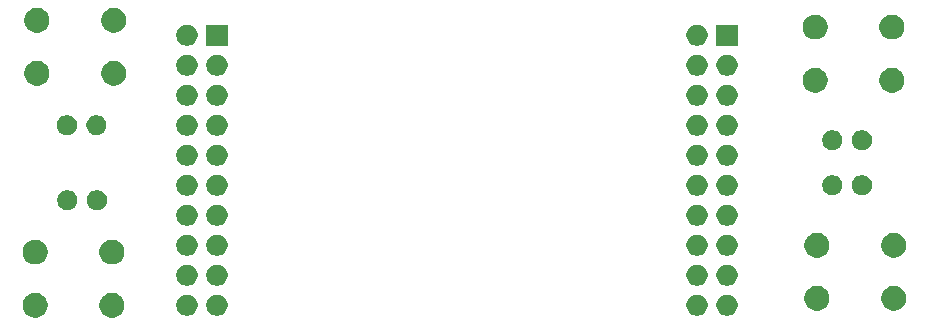
<source format=gbr>
G04 #@! TF.GenerationSoftware,KiCad,Pcbnew,5.1.5+dfsg1-2build2*
G04 #@! TF.CreationDate,2021-05-01T11:51:09-03:00*
G04 #@! TF.ProjectId,prototyping_buttons_daughterboard,70726f74-6f74-4797-9069-6e675f627574,rev?*
G04 #@! TF.SameCoordinates,Original*
G04 #@! TF.FileFunction,Soldermask,Bot*
G04 #@! TF.FilePolarity,Negative*
%FSLAX46Y46*%
G04 Gerber Fmt 4.6, Leading zero omitted, Abs format (unit mm)*
G04 Created by KiCad (PCBNEW 5.1.5+dfsg1-2build2) date 2021-05-01 11:51:09*
%MOMM*%
%LPD*%
G04 APERTURE LIST*
%ADD10C,0.100000*%
G04 APERTURE END LIST*
D10*
G36*
X77776564Y-75189389D02*
G01*
X77967833Y-75268615D01*
X77967835Y-75268616D01*
X78139973Y-75383635D01*
X78286365Y-75530027D01*
X78350256Y-75625646D01*
X78401385Y-75702167D01*
X78480611Y-75893436D01*
X78521000Y-76096484D01*
X78521000Y-76303516D01*
X78480611Y-76506564D01*
X78401385Y-76697833D01*
X78401384Y-76697835D01*
X78286365Y-76869973D01*
X78139973Y-77016365D01*
X77967835Y-77131384D01*
X77967834Y-77131385D01*
X77967833Y-77131385D01*
X77776564Y-77210611D01*
X77573516Y-77251000D01*
X77366484Y-77251000D01*
X77163436Y-77210611D01*
X76972167Y-77131385D01*
X76972166Y-77131385D01*
X76972165Y-77131384D01*
X76800027Y-77016365D01*
X76653635Y-76869973D01*
X76538616Y-76697835D01*
X76538615Y-76697833D01*
X76459389Y-76506564D01*
X76419000Y-76303516D01*
X76419000Y-76096484D01*
X76459389Y-75893436D01*
X76538615Y-75702167D01*
X76589745Y-75625646D01*
X76653635Y-75530027D01*
X76800027Y-75383635D01*
X76972165Y-75268616D01*
X76972167Y-75268615D01*
X77163436Y-75189389D01*
X77366484Y-75149000D01*
X77573516Y-75149000D01*
X77776564Y-75189389D01*
G37*
G36*
X71276564Y-75189389D02*
G01*
X71467833Y-75268615D01*
X71467835Y-75268616D01*
X71639973Y-75383635D01*
X71786365Y-75530027D01*
X71850256Y-75625646D01*
X71901385Y-75702167D01*
X71980611Y-75893436D01*
X72021000Y-76096484D01*
X72021000Y-76303516D01*
X71980611Y-76506564D01*
X71901385Y-76697833D01*
X71901384Y-76697835D01*
X71786365Y-76869973D01*
X71639973Y-77016365D01*
X71467835Y-77131384D01*
X71467834Y-77131385D01*
X71467833Y-77131385D01*
X71276564Y-77210611D01*
X71073516Y-77251000D01*
X70866484Y-77251000D01*
X70663436Y-77210611D01*
X70472167Y-77131385D01*
X70472166Y-77131385D01*
X70472165Y-77131384D01*
X70300027Y-77016365D01*
X70153635Y-76869973D01*
X70038616Y-76697835D01*
X70038615Y-76697833D01*
X69959389Y-76506564D01*
X69919000Y-76303516D01*
X69919000Y-76096484D01*
X69959389Y-75893436D01*
X70038615Y-75702167D01*
X70089745Y-75625646D01*
X70153635Y-75530027D01*
X70300027Y-75383635D01*
X70472165Y-75268616D01*
X70472167Y-75268615D01*
X70663436Y-75189389D01*
X70866484Y-75149000D01*
X71073516Y-75149000D01*
X71276564Y-75189389D01*
G37*
G36*
X127120712Y-75303927D02*
G01*
X127270012Y-75333624D01*
X127433984Y-75401544D01*
X127581554Y-75500147D01*
X127707053Y-75625646D01*
X127805656Y-75773216D01*
X127873576Y-75937188D01*
X127908200Y-76111259D01*
X127908200Y-76288741D01*
X127873576Y-76462812D01*
X127805656Y-76626784D01*
X127707053Y-76774354D01*
X127581554Y-76899853D01*
X127433984Y-76998456D01*
X127270012Y-77066376D01*
X127120712Y-77096073D01*
X127095942Y-77101000D01*
X126918458Y-77101000D01*
X126893688Y-77096073D01*
X126744388Y-77066376D01*
X126580416Y-76998456D01*
X126432846Y-76899853D01*
X126307347Y-76774354D01*
X126208744Y-76626784D01*
X126140824Y-76462812D01*
X126106200Y-76288741D01*
X126106200Y-76111259D01*
X126140824Y-75937188D01*
X126208744Y-75773216D01*
X126307347Y-75625646D01*
X126432846Y-75500147D01*
X126580416Y-75401544D01*
X126744388Y-75333624D01*
X126893688Y-75303927D01*
X126918458Y-75299000D01*
X127095942Y-75299000D01*
X127120712Y-75303927D01*
G37*
G36*
X86473512Y-75303927D02*
G01*
X86622812Y-75333624D01*
X86786784Y-75401544D01*
X86934354Y-75500147D01*
X87059853Y-75625646D01*
X87158456Y-75773216D01*
X87226376Y-75937188D01*
X87261000Y-76111259D01*
X87261000Y-76288741D01*
X87226376Y-76462812D01*
X87158456Y-76626784D01*
X87059853Y-76774354D01*
X86934354Y-76899853D01*
X86786784Y-76998456D01*
X86622812Y-77066376D01*
X86473512Y-77096073D01*
X86448742Y-77101000D01*
X86271258Y-77101000D01*
X86246488Y-77096073D01*
X86097188Y-77066376D01*
X85933216Y-76998456D01*
X85785646Y-76899853D01*
X85660147Y-76774354D01*
X85561544Y-76626784D01*
X85493624Y-76462812D01*
X85459000Y-76288741D01*
X85459000Y-76111259D01*
X85493624Y-75937188D01*
X85561544Y-75773216D01*
X85660147Y-75625646D01*
X85785646Y-75500147D01*
X85933216Y-75401544D01*
X86097188Y-75333624D01*
X86246488Y-75303927D01*
X86271258Y-75299000D01*
X86448742Y-75299000D01*
X86473512Y-75303927D01*
G37*
G36*
X83933512Y-75303927D02*
G01*
X84082812Y-75333624D01*
X84246784Y-75401544D01*
X84394354Y-75500147D01*
X84519853Y-75625646D01*
X84618456Y-75773216D01*
X84686376Y-75937188D01*
X84721000Y-76111259D01*
X84721000Y-76288741D01*
X84686376Y-76462812D01*
X84618456Y-76626784D01*
X84519853Y-76774354D01*
X84394354Y-76899853D01*
X84246784Y-76998456D01*
X84082812Y-77066376D01*
X83933512Y-77096073D01*
X83908742Y-77101000D01*
X83731258Y-77101000D01*
X83706488Y-77096073D01*
X83557188Y-77066376D01*
X83393216Y-76998456D01*
X83245646Y-76899853D01*
X83120147Y-76774354D01*
X83021544Y-76626784D01*
X82953624Y-76462812D01*
X82919000Y-76288741D01*
X82919000Y-76111259D01*
X82953624Y-75937188D01*
X83021544Y-75773216D01*
X83120147Y-75625646D01*
X83245646Y-75500147D01*
X83393216Y-75401544D01*
X83557188Y-75333624D01*
X83706488Y-75303927D01*
X83731258Y-75299000D01*
X83908742Y-75299000D01*
X83933512Y-75303927D01*
G37*
G36*
X129660712Y-75303927D02*
G01*
X129810012Y-75333624D01*
X129973984Y-75401544D01*
X130121554Y-75500147D01*
X130247053Y-75625646D01*
X130345656Y-75773216D01*
X130413576Y-75937188D01*
X130448200Y-76111259D01*
X130448200Y-76288741D01*
X130413576Y-76462812D01*
X130345656Y-76626784D01*
X130247053Y-76774354D01*
X130121554Y-76899853D01*
X129973984Y-76998456D01*
X129810012Y-77066376D01*
X129660712Y-77096073D01*
X129635942Y-77101000D01*
X129458458Y-77101000D01*
X129433688Y-77096073D01*
X129284388Y-77066376D01*
X129120416Y-76998456D01*
X128972846Y-76899853D01*
X128847347Y-76774354D01*
X128748744Y-76626784D01*
X128680824Y-76462812D01*
X128646200Y-76288741D01*
X128646200Y-76111259D01*
X128680824Y-75937188D01*
X128748744Y-75773216D01*
X128847347Y-75625646D01*
X128972846Y-75500147D01*
X129120416Y-75401544D01*
X129284388Y-75333624D01*
X129433688Y-75303927D01*
X129458458Y-75299000D01*
X129635942Y-75299000D01*
X129660712Y-75303927D01*
G37*
G36*
X143966564Y-74609389D02*
G01*
X144157833Y-74688615D01*
X144157835Y-74688616D01*
X144329973Y-74803635D01*
X144476365Y-74950027D01*
X144591385Y-75122167D01*
X144670611Y-75313436D01*
X144711000Y-75516484D01*
X144711000Y-75723516D01*
X144670611Y-75926564D01*
X144600228Y-76096484D01*
X144591384Y-76117835D01*
X144476365Y-76289973D01*
X144329973Y-76436365D01*
X144157835Y-76551384D01*
X144157834Y-76551385D01*
X144157833Y-76551385D01*
X143966564Y-76630611D01*
X143763516Y-76671000D01*
X143556484Y-76671000D01*
X143353436Y-76630611D01*
X143162167Y-76551385D01*
X143162166Y-76551385D01*
X143162165Y-76551384D01*
X142990027Y-76436365D01*
X142843635Y-76289973D01*
X142728616Y-76117835D01*
X142719772Y-76096484D01*
X142649389Y-75926564D01*
X142609000Y-75723516D01*
X142609000Y-75516484D01*
X142649389Y-75313436D01*
X142728615Y-75122167D01*
X142843635Y-74950027D01*
X142990027Y-74803635D01*
X143162165Y-74688616D01*
X143162167Y-74688615D01*
X143353436Y-74609389D01*
X143556484Y-74569000D01*
X143763516Y-74569000D01*
X143966564Y-74609389D01*
G37*
G36*
X137466564Y-74609389D02*
G01*
X137657833Y-74688615D01*
X137657835Y-74688616D01*
X137829973Y-74803635D01*
X137976365Y-74950027D01*
X138091385Y-75122167D01*
X138170611Y-75313436D01*
X138211000Y-75516484D01*
X138211000Y-75723516D01*
X138170611Y-75926564D01*
X138100228Y-76096484D01*
X138091384Y-76117835D01*
X137976365Y-76289973D01*
X137829973Y-76436365D01*
X137657835Y-76551384D01*
X137657834Y-76551385D01*
X137657833Y-76551385D01*
X137466564Y-76630611D01*
X137263516Y-76671000D01*
X137056484Y-76671000D01*
X136853436Y-76630611D01*
X136662167Y-76551385D01*
X136662166Y-76551385D01*
X136662165Y-76551384D01*
X136490027Y-76436365D01*
X136343635Y-76289973D01*
X136228616Y-76117835D01*
X136219772Y-76096484D01*
X136149389Y-75926564D01*
X136109000Y-75723516D01*
X136109000Y-75516484D01*
X136149389Y-75313436D01*
X136228615Y-75122167D01*
X136343635Y-74950027D01*
X136490027Y-74803635D01*
X136662165Y-74688616D01*
X136662167Y-74688615D01*
X136853436Y-74609389D01*
X137056484Y-74569000D01*
X137263516Y-74569000D01*
X137466564Y-74609389D01*
G37*
G36*
X127120712Y-72763927D02*
G01*
X127270012Y-72793624D01*
X127433984Y-72861544D01*
X127581554Y-72960147D01*
X127707053Y-73085646D01*
X127805656Y-73233216D01*
X127873576Y-73397188D01*
X127908200Y-73571259D01*
X127908200Y-73748741D01*
X127873576Y-73922812D01*
X127805656Y-74086784D01*
X127707053Y-74234354D01*
X127581554Y-74359853D01*
X127433984Y-74458456D01*
X127270012Y-74526376D01*
X127120712Y-74556073D01*
X127095942Y-74561000D01*
X126918458Y-74561000D01*
X126893688Y-74556073D01*
X126744388Y-74526376D01*
X126580416Y-74458456D01*
X126432846Y-74359853D01*
X126307347Y-74234354D01*
X126208744Y-74086784D01*
X126140824Y-73922812D01*
X126106200Y-73748741D01*
X126106200Y-73571259D01*
X126140824Y-73397188D01*
X126208744Y-73233216D01*
X126307347Y-73085646D01*
X126432846Y-72960147D01*
X126580416Y-72861544D01*
X126744388Y-72793624D01*
X126893688Y-72763927D01*
X126918458Y-72759000D01*
X127095942Y-72759000D01*
X127120712Y-72763927D01*
G37*
G36*
X83933512Y-72763927D02*
G01*
X84082812Y-72793624D01*
X84246784Y-72861544D01*
X84394354Y-72960147D01*
X84519853Y-73085646D01*
X84618456Y-73233216D01*
X84686376Y-73397188D01*
X84721000Y-73571259D01*
X84721000Y-73748741D01*
X84686376Y-73922812D01*
X84618456Y-74086784D01*
X84519853Y-74234354D01*
X84394354Y-74359853D01*
X84246784Y-74458456D01*
X84082812Y-74526376D01*
X83933512Y-74556073D01*
X83908742Y-74561000D01*
X83731258Y-74561000D01*
X83706488Y-74556073D01*
X83557188Y-74526376D01*
X83393216Y-74458456D01*
X83245646Y-74359853D01*
X83120147Y-74234354D01*
X83021544Y-74086784D01*
X82953624Y-73922812D01*
X82919000Y-73748741D01*
X82919000Y-73571259D01*
X82953624Y-73397188D01*
X83021544Y-73233216D01*
X83120147Y-73085646D01*
X83245646Y-72960147D01*
X83393216Y-72861544D01*
X83557188Y-72793624D01*
X83706488Y-72763927D01*
X83731258Y-72759000D01*
X83908742Y-72759000D01*
X83933512Y-72763927D01*
G37*
G36*
X129660712Y-72763927D02*
G01*
X129810012Y-72793624D01*
X129973984Y-72861544D01*
X130121554Y-72960147D01*
X130247053Y-73085646D01*
X130345656Y-73233216D01*
X130413576Y-73397188D01*
X130448200Y-73571259D01*
X130448200Y-73748741D01*
X130413576Y-73922812D01*
X130345656Y-74086784D01*
X130247053Y-74234354D01*
X130121554Y-74359853D01*
X129973984Y-74458456D01*
X129810012Y-74526376D01*
X129660712Y-74556073D01*
X129635942Y-74561000D01*
X129458458Y-74561000D01*
X129433688Y-74556073D01*
X129284388Y-74526376D01*
X129120416Y-74458456D01*
X128972846Y-74359853D01*
X128847347Y-74234354D01*
X128748744Y-74086784D01*
X128680824Y-73922812D01*
X128646200Y-73748741D01*
X128646200Y-73571259D01*
X128680824Y-73397188D01*
X128748744Y-73233216D01*
X128847347Y-73085646D01*
X128972846Y-72960147D01*
X129120416Y-72861544D01*
X129284388Y-72793624D01*
X129433688Y-72763927D01*
X129458458Y-72759000D01*
X129635942Y-72759000D01*
X129660712Y-72763927D01*
G37*
G36*
X86473512Y-72763927D02*
G01*
X86622812Y-72793624D01*
X86786784Y-72861544D01*
X86934354Y-72960147D01*
X87059853Y-73085646D01*
X87158456Y-73233216D01*
X87226376Y-73397188D01*
X87261000Y-73571259D01*
X87261000Y-73748741D01*
X87226376Y-73922812D01*
X87158456Y-74086784D01*
X87059853Y-74234354D01*
X86934354Y-74359853D01*
X86786784Y-74458456D01*
X86622812Y-74526376D01*
X86473512Y-74556073D01*
X86448742Y-74561000D01*
X86271258Y-74561000D01*
X86246488Y-74556073D01*
X86097188Y-74526376D01*
X85933216Y-74458456D01*
X85785646Y-74359853D01*
X85660147Y-74234354D01*
X85561544Y-74086784D01*
X85493624Y-73922812D01*
X85459000Y-73748741D01*
X85459000Y-73571259D01*
X85493624Y-73397188D01*
X85561544Y-73233216D01*
X85660147Y-73085646D01*
X85785646Y-72960147D01*
X85933216Y-72861544D01*
X86097188Y-72793624D01*
X86246488Y-72763927D01*
X86271258Y-72759000D01*
X86448742Y-72759000D01*
X86473512Y-72763927D01*
G37*
G36*
X77776564Y-70689389D02*
G01*
X77967833Y-70768615D01*
X77967835Y-70768616D01*
X78034911Y-70813435D01*
X78139973Y-70883635D01*
X78286365Y-71030027D01*
X78401385Y-71202167D01*
X78480611Y-71393436D01*
X78521000Y-71596484D01*
X78521000Y-71803516D01*
X78480611Y-72006564D01*
X78401385Y-72197833D01*
X78401384Y-72197835D01*
X78286365Y-72369973D01*
X78139973Y-72516365D01*
X77967835Y-72631384D01*
X77967834Y-72631385D01*
X77967833Y-72631385D01*
X77776564Y-72710611D01*
X77573516Y-72751000D01*
X77366484Y-72751000D01*
X77163436Y-72710611D01*
X76972167Y-72631385D01*
X76972166Y-72631385D01*
X76972165Y-72631384D01*
X76800027Y-72516365D01*
X76653635Y-72369973D01*
X76538616Y-72197835D01*
X76538615Y-72197833D01*
X76459389Y-72006564D01*
X76419000Y-71803516D01*
X76419000Y-71596484D01*
X76459389Y-71393436D01*
X76538615Y-71202167D01*
X76653635Y-71030027D01*
X76800027Y-70883635D01*
X76905089Y-70813435D01*
X76972165Y-70768616D01*
X76972167Y-70768615D01*
X77163436Y-70689389D01*
X77366484Y-70649000D01*
X77573516Y-70649000D01*
X77776564Y-70689389D01*
G37*
G36*
X71276564Y-70689389D02*
G01*
X71467833Y-70768615D01*
X71467835Y-70768616D01*
X71534911Y-70813435D01*
X71639973Y-70883635D01*
X71786365Y-71030027D01*
X71901385Y-71202167D01*
X71980611Y-71393436D01*
X72021000Y-71596484D01*
X72021000Y-71803516D01*
X71980611Y-72006564D01*
X71901385Y-72197833D01*
X71901384Y-72197835D01*
X71786365Y-72369973D01*
X71639973Y-72516365D01*
X71467835Y-72631384D01*
X71467834Y-72631385D01*
X71467833Y-72631385D01*
X71276564Y-72710611D01*
X71073516Y-72751000D01*
X70866484Y-72751000D01*
X70663436Y-72710611D01*
X70472167Y-72631385D01*
X70472166Y-72631385D01*
X70472165Y-72631384D01*
X70300027Y-72516365D01*
X70153635Y-72369973D01*
X70038616Y-72197835D01*
X70038615Y-72197833D01*
X69959389Y-72006564D01*
X69919000Y-71803516D01*
X69919000Y-71596484D01*
X69959389Y-71393436D01*
X70038615Y-71202167D01*
X70153635Y-71030027D01*
X70300027Y-70883635D01*
X70405089Y-70813435D01*
X70472165Y-70768616D01*
X70472167Y-70768615D01*
X70663436Y-70689389D01*
X70866484Y-70649000D01*
X71073516Y-70649000D01*
X71276564Y-70689389D01*
G37*
G36*
X143966564Y-70109389D02*
G01*
X144157833Y-70188615D01*
X144157835Y-70188616D01*
X144329973Y-70303635D01*
X144476365Y-70450027D01*
X144540256Y-70545646D01*
X144591385Y-70622167D01*
X144670611Y-70813436D01*
X144711000Y-71016484D01*
X144711000Y-71223516D01*
X144670611Y-71426564D01*
X144620815Y-71546782D01*
X144591384Y-71617835D01*
X144476365Y-71789973D01*
X144329973Y-71936365D01*
X144157835Y-72051384D01*
X144157834Y-72051385D01*
X144157833Y-72051385D01*
X143966564Y-72130611D01*
X143763516Y-72171000D01*
X143556484Y-72171000D01*
X143353436Y-72130611D01*
X143162167Y-72051385D01*
X143162166Y-72051385D01*
X143162165Y-72051384D01*
X142990027Y-71936365D01*
X142843635Y-71789973D01*
X142728616Y-71617835D01*
X142699185Y-71546782D01*
X142649389Y-71426564D01*
X142609000Y-71223516D01*
X142609000Y-71016484D01*
X142649389Y-70813436D01*
X142728615Y-70622167D01*
X142779745Y-70545646D01*
X142843635Y-70450027D01*
X142990027Y-70303635D01*
X143162165Y-70188616D01*
X143162167Y-70188615D01*
X143353436Y-70109389D01*
X143556484Y-70069000D01*
X143763516Y-70069000D01*
X143966564Y-70109389D01*
G37*
G36*
X137466564Y-70109389D02*
G01*
X137657833Y-70188615D01*
X137657835Y-70188616D01*
X137829973Y-70303635D01*
X137976365Y-70450027D01*
X138040256Y-70545646D01*
X138091385Y-70622167D01*
X138170611Y-70813436D01*
X138211000Y-71016484D01*
X138211000Y-71223516D01*
X138170611Y-71426564D01*
X138120815Y-71546782D01*
X138091384Y-71617835D01*
X137976365Y-71789973D01*
X137829973Y-71936365D01*
X137657835Y-72051384D01*
X137657834Y-72051385D01*
X137657833Y-72051385D01*
X137466564Y-72130611D01*
X137263516Y-72171000D01*
X137056484Y-72171000D01*
X136853436Y-72130611D01*
X136662167Y-72051385D01*
X136662166Y-72051385D01*
X136662165Y-72051384D01*
X136490027Y-71936365D01*
X136343635Y-71789973D01*
X136228616Y-71617835D01*
X136199185Y-71546782D01*
X136149389Y-71426564D01*
X136109000Y-71223516D01*
X136109000Y-71016484D01*
X136149389Y-70813436D01*
X136228615Y-70622167D01*
X136279745Y-70545646D01*
X136343635Y-70450027D01*
X136490027Y-70303635D01*
X136662165Y-70188616D01*
X136662167Y-70188615D01*
X136853436Y-70109389D01*
X137056484Y-70069000D01*
X137263516Y-70069000D01*
X137466564Y-70109389D01*
G37*
G36*
X83933512Y-70223927D02*
G01*
X84082812Y-70253624D01*
X84246784Y-70321544D01*
X84394354Y-70420147D01*
X84519853Y-70545646D01*
X84618456Y-70693216D01*
X84686376Y-70857188D01*
X84721000Y-71031259D01*
X84721000Y-71208741D01*
X84686376Y-71382812D01*
X84618456Y-71546784D01*
X84519853Y-71694354D01*
X84394354Y-71819853D01*
X84246784Y-71918456D01*
X84082812Y-71986376D01*
X83933512Y-72016073D01*
X83908742Y-72021000D01*
X83731258Y-72021000D01*
X83706488Y-72016073D01*
X83557188Y-71986376D01*
X83393216Y-71918456D01*
X83245646Y-71819853D01*
X83120147Y-71694354D01*
X83021544Y-71546784D01*
X82953624Y-71382812D01*
X82919000Y-71208741D01*
X82919000Y-71031259D01*
X82953624Y-70857188D01*
X83021544Y-70693216D01*
X83120147Y-70545646D01*
X83245646Y-70420147D01*
X83393216Y-70321544D01*
X83557188Y-70253624D01*
X83706488Y-70223927D01*
X83731258Y-70219000D01*
X83908742Y-70219000D01*
X83933512Y-70223927D01*
G37*
G36*
X129660712Y-70223927D02*
G01*
X129810012Y-70253624D01*
X129973984Y-70321544D01*
X130121554Y-70420147D01*
X130247053Y-70545646D01*
X130345656Y-70693216D01*
X130413576Y-70857188D01*
X130448200Y-71031259D01*
X130448200Y-71208741D01*
X130413576Y-71382812D01*
X130345656Y-71546784D01*
X130247053Y-71694354D01*
X130121554Y-71819853D01*
X129973984Y-71918456D01*
X129810012Y-71986376D01*
X129660712Y-72016073D01*
X129635942Y-72021000D01*
X129458458Y-72021000D01*
X129433688Y-72016073D01*
X129284388Y-71986376D01*
X129120416Y-71918456D01*
X128972846Y-71819853D01*
X128847347Y-71694354D01*
X128748744Y-71546784D01*
X128680824Y-71382812D01*
X128646200Y-71208741D01*
X128646200Y-71031259D01*
X128680824Y-70857188D01*
X128748744Y-70693216D01*
X128847347Y-70545646D01*
X128972846Y-70420147D01*
X129120416Y-70321544D01*
X129284388Y-70253624D01*
X129433688Y-70223927D01*
X129458458Y-70219000D01*
X129635942Y-70219000D01*
X129660712Y-70223927D01*
G37*
G36*
X127120712Y-70223927D02*
G01*
X127270012Y-70253624D01*
X127433984Y-70321544D01*
X127581554Y-70420147D01*
X127707053Y-70545646D01*
X127805656Y-70693216D01*
X127873576Y-70857188D01*
X127908200Y-71031259D01*
X127908200Y-71208741D01*
X127873576Y-71382812D01*
X127805656Y-71546784D01*
X127707053Y-71694354D01*
X127581554Y-71819853D01*
X127433984Y-71918456D01*
X127270012Y-71986376D01*
X127120712Y-72016073D01*
X127095942Y-72021000D01*
X126918458Y-72021000D01*
X126893688Y-72016073D01*
X126744388Y-71986376D01*
X126580416Y-71918456D01*
X126432846Y-71819853D01*
X126307347Y-71694354D01*
X126208744Y-71546784D01*
X126140824Y-71382812D01*
X126106200Y-71208741D01*
X126106200Y-71031259D01*
X126140824Y-70857188D01*
X126208744Y-70693216D01*
X126307347Y-70545646D01*
X126432846Y-70420147D01*
X126580416Y-70321544D01*
X126744388Y-70253624D01*
X126893688Y-70223927D01*
X126918458Y-70219000D01*
X127095942Y-70219000D01*
X127120712Y-70223927D01*
G37*
G36*
X86473512Y-70223927D02*
G01*
X86622812Y-70253624D01*
X86786784Y-70321544D01*
X86934354Y-70420147D01*
X87059853Y-70545646D01*
X87158456Y-70693216D01*
X87226376Y-70857188D01*
X87261000Y-71031259D01*
X87261000Y-71208741D01*
X87226376Y-71382812D01*
X87158456Y-71546784D01*
X87059853Y-71694354D01*
X86934354Y-71819853D01*
X86786784Y-71918456D01*
X86622812Y-71986376D01*
X86473512Y-72016073D01*
X86448742Y-72021000D01*
X86271258Y-72021000D01*
X86246488Y-72016073D01*
X86097188Y-71986376D01*
X85933216Y-71918456D01*
X85785646Y-71819853D01*
X85660147Y-71694354D01*
X85561544Y-71546784D01*
X85493624Y-71382812D01*
X85459000Y-71208741D01*
X85459000Y-71031259D01*
X85493624Y-70857188D01*
X85561544Y-70693216D01*
X85660147Y-70545646D01*
X85785646Y-70420147D01*
X85933216Y-70321544D01*
X86097188Y-70253624D01*
X86246488Y-70223927D01*
X86271258Y-70219000D01*
X86448742Y-70219000D01*
X86473512Y-70223927D01*
G37*
G36*
X86473512Y-67683927D02*
G01*
X86622812Y-67713624D01*
X86786784Y-67781544D01*
X86934354Y-67880147D01*
X87059853Y-68005646D01*
X87158456Y-68153216D01*
X87226376Y-68317188D01*
X87261000Y-68491259D01*
X87261000Y-68668741D01*
X87226376Y-68842812D01*
X87158456Y-69006784D01*
X87059853Y-69154354D01*
X86934354Y-69279853D01*
X86786784Y-69378456D01*
X86622812Y-69446376D01*
X86473512Y-69476073D01*
X86448742Y-69481000D01*
X86271258Y-69481000D01*
X86246488Y-69476073D01*
X86097188Y-69446376D01*
X85933216Y-69378456D01*
X85785646Y-69279853D01*
X85660147Y-69154354D01*
X85561544Y-69006784D01*
X85493624Y-68842812D01*
X85459000Y-68668741D01*
X85459000Y-68491259D01*
X85493624Y-68317188D01*
X85561544Y-68153216D01*
X85660147Y-68005646D01*
X85785646Y-67880147D01*
X85933216Y-67781544D01*
X86097188Y-67713624D01*
X86246488Y-67683927D01*
X86271258Y-67679000D01*
X86448742Y-67679000D01*
X86473512Y-67683927D01*
G37*
G36*
X127120712Y-67683927D02*
G01*
X127270012Y-67713624D01*
X127433984Y-67781544D01*
X127581554Y-67880147D01*
X127707053Y-68005646D01*
X127805656Y-68153216D01*
X127873576Y-68317188D01*
X127908200Y-68491259D01*
X127908200Y-68668741D01*
X127873576Y-68842812D01*
X127805656Y-69006784D01*
X127707053Y-69154354D01*
X127581554Y-69279853D01*
X127433984Y-69378456D01*
X127270012Y-69446376D01*
X127120712Y-69476073D01*
X127095942Y-69481000D01*
X126918458Y-69481000D01*
X126893688Y-69476073D01*
X126744388Y-69446376D01*
X126580416Y-69378456D01*
X126432846Y-69279853D01*
X126307347Y-69154354D01*
X126208744Y-69006784D01*
X126140824Y-68842812D01*
X126106200Y-68668741D01*
X126106200Y-68491259D01*
X126140824Y-68317188D01*
X126208744Y-68153216D01*
X126307347Y-68005646D01*
X126432846Y-67880147D01*
X126580416Y-67781544D01*
X126744388Y-67713624D01*
X126893688Y-67683927D01*
X126918458Y-67679000D01*
X127095942Y-67679000D01*
X127120712Y-67683927D01*
G37*
G36*
X129660712Y-67683927D02*
G01*
X129810012Y-67713624D01*
X129973984Y-67781544D01*
X130121554Y-67880147D01*
X130247053Y-68005646D01*
X130345656Y-68153216D01*
X130413576Y-68317188D01*
X130448200Y-68491259D01*
X130448200Y-68668741D01*
X130413576Y-68842812D01*
X130345656Y-69006784D01*
X130247053Y-69154354D01*
X130121554Y-69279853D01*
X129973984Y-69378456D01*
X129810012Y-69446376D01*
X129660712Y-69476073D01*
X129635942Y-69481000D01*
X129458458Y-69481000D01*
X129433688Y-69476073D01*
X129284388Y-69446376D01*
X129120416Y-69378456D01*
X128972846Y-69279853D01*
X128847347Y-69154354D01*
X128748744Y-69006784D01*
X128680824Y-68842812D01*
X128646200Y-68668741D01*
X128646200Y-68491259D01*
X128680824Y-68317188D01*
X128748744Y-68153216D01*
X128847347Y-68005646D01*
X128972846Y-67880147D01*
X129120416Y-67781544D01*
X129284388Y-67713624D01*
X129433688Y-67683927D01*
X129458458Y-67679000D01*
X129635942Y-67679000D01*
X129660712Y-67683927D01*
G37*
G36*
X83933512Y-67683927D02*
G01*
X84082812Y-67713624D01*
X84246784Y-67781544D01*
X84394354Y-67880147D01*
X84519853Y-68005646D01*
X84618456Y-68153216D01*
X84686376Y-68317188D01*
X84721000Y-68491259D01*
X84721000Y-68668741D01*
X84686376Y-68842812D01*
X84618456Y-69006784D01*
X84519853Y-69154354D01*
X84394354Y-69279853D01*
X84246784Y-69378456D01*
X84082812Y-69446376D01*
X83933512Y-69476073D01*
X83908742Y-69481000D01*
X83731258Y-69481000D01*
X83706488Y-69476073D01*
X83557188Y-69446376D01*
X83393216Y-69378456D01*
X83245646Y-69279853D01*
X83120147Y-69154354D01*
X83021544Y-69006784D01*
X82953624Y-68842812D01*
X82919000Y-68668741D01*
X82919000Y-68491259D01*
X82953624Y-68317188D01*
X83021544Y-68153216D01*
X83120147Y-68005646D01*
X83245646Y-67880147D01*
X83393216Y-67781544D01*
X83557188Y-67713624D01*
X83706488Y-67683927D01*
X83731258Y-67679000D01*
X83908742Y-67679000D01*
X83933512Y-67683927D01*
G37*
G36*
X73948228Y-66491703D02*
G01*
X74103100Y-66555853D01*
X74242481Y-66648985D01*
X74361015Y-66767519D01*
X74454147Y-66906900D01*
X74518297Y-67061772D01*
X74551000Y-67226184D01*
X74551000Y-67393816D01*
X74518297Y-67558228D01*
X74454147Y-67713100D01*
X74361015Y-67852481D01*
X74242481Y-67971015D01*
X74103100Y-68064147D01*
X73948228Y-68128297D01*
X73783816Y-68161000D01*
X73616184Y-68161000D01*
X73451772Y-68128297D01*
X73296900Y-68064147D01*
X73157519Y-67971015D01*
X73038985Y-67852481D01*
X72945853Y-67713100D01*
X72881703Y-67558228D01*
X72849000Y-67393816D01*
X72849000Y-67226184D01*
X72881703Y-67061772D01*
X72945853Y-66906900D01*
X73038985Y-66767519D01*
X73157519Y-66648985D01*
X73296900Y-66555853D01*
X73451772Y-66491703D01*
X73616184Y-66459000D01*
X73783816Y-66459000D01*
X73948228Y-66491703D01*
G37*
G36*
X76448228Y-66491703D02*
G01*
X76603100Y-66555853D01*
X76742481Y-66648985D01*
X76861015Y-66767519D01*
X76954147Y-66906900D01*
X77018297Y-67061772D01*
X77051000Y-67226184D01*
X77051000Y-67393816D01*
X77018297Y-67558228D01*
X76954147Y-67713100D01*
X76861015Y-67852481D01*
X76742481Y-67971015D01*
X76603100Y-68064147D01*
X76448228Y-68128297D01*
X76283816Y-68161000D01*
X76116184Y-68161000D01*
X75951772Y-68128297D01*
X75796900Y-68064147D01*
X75657519Y-67971015D01*
X75538985Y-67852481D01*
X75445853Y-67713100D01*
X75381703Y-67558228D01*
X75349000Y-67393816D01*
X75349000Y-67226184D01*
X75381703Y-67061772D01*
X75445853Y-66906900D01*
X75538985Y-66767519D01*
X75657519Y-66648985D01*
X75796900Y-66555853D01*
X75951772Y-66491703D01*
X76116184Y-66459000D01*
X76283816Y-66459000D01*
X76448228Y-66491703D01*
G37*
G36*
X86473512Y-65143927D02*
G01*
X86622812Y-65173624D01*
X86786784Y-65241544D01*
X86934354Y-65340147D01*
X87059853Y-65465646D01*
X87158456Y-65613216D01*
X87226376Y-65777188D01*
X87261000Y-65951259D01*
X87261000Y-66128741D01*
X87226376Y-66302812D01*
X87158456Y-66466784D01*
X87059853Y-66614354D01*
X86934354Y-66739853D01*
X86786784Y-66838456D01*
X86622812Y-66906376D01*
X86473512Y-66936073D01*
X86448742Y-66941000D01*
X86271258Y-66941000D01*
X86246488Y-66936073D01*
X86097188Y-66906376D01*
X85933216Y-66838456D01*
X85785646Y-66739853D01*
X85660147Y-66614354D01*
X85561544Y-66466784D01*
X85493624Y-66302812D01*
X85459000Y-66128741D01*
X85459000Y-65951259D01*
X85493624Y-65777188D01*
X85561544Y-65613216D01*
X85660147Y-65465646D01*
X85785646Y-65340147D01*
X85933216Y-65241544D01*
X86097188Y-65173624D01*
X86246488Y-65143927D01*
X86271258Y-65139000D01*
X86448742Y-65139000D01*
X86473512Y-65143927D01*
G37*
G36*
X127120712Y-65143927D02*
G01*
X127270012Y-65173624D01*
X127433984Y-65241544D01*
X127581554Y-65340147D01*
X127707053Y-65465646D01*
X127805656Y-65613216D01*
X127873576Y-65777188D01*
X127908200Y-65951259D01*
X127908200Y-66128741D01*
X127873576Y-66302812D01*
X127805656Y-66466784D01*
X127707053Y-66614354D01*
X127581554Y-66739853D01*
X127433984Y-66838456D01*
X127270012Y-66906376D01*
X127120712Y-66936073D01*
X127095942Y-66941000D01*
X126918458Y-66941000D01*
X126893688Y-66936073D01*
X126744388Y-66906376D01*
X126580416Y-66838456D01*
X126432846Y-66739853D01*
X126307347Y-66614354D01*
X126208744Y-66466784D01*
X126140824Y-66302812D01*
X126106200Y-66128741D01*
X126106200Y-65951259D01*
X126140824Y-65777188D01*
X126208744Y-65613216D01*
X126307347Y-65465646D01*
X126432846Y-65340147D01*
X126580416Y-65241544D01*
X126744388Y-65173624D01*
X126893688Y-65143927D01*
X126918458Y-65139000D01*
X127095942Y-65139000D01*
X127120712Y-65143927D01*
G37*
G36*
X129660712Y-65143927D02*
G01*
X129810012Y-65173624D01*
X129973984Y-65241544D01*
X130121554Y-65340147D01*
X130247053Y-65465646D01*
X130345656Y-65613216D01*
X130413576Y-65777188D01*
X130448200Y-65951259D01*
X130448200Y-66128741D01*
X130413576Y-66302812D01*
X130345656Y-66466784D01*
X130247053Y-66614354D01*
X130121554Y-66739853D01*
X129973984Y-66838456D01*
X129810012Y-66906376D01*
X129660712Y-66936073D01*
X129635942Y-66941000D01*
X129458458Y-66941000D01*
X129433688Y-66936073D01*
X129284388Y-66906376D01*
X129120416Y-66838456D01*
X128972846Y-66739853D01*
X128847347Y-66614354D01*
X128748744Y-66466784D01*
X128680824Y-66302812D01*
X128646200Y-66128741D01*
X128646200Y-65951259D01*
X128680824Y-65777188D01*
X128748744Y-65613216D01*
X128847347Y-65465646D01*
X128972846Y-65340147D01*
X129120416Y-65241544D01*
X129284388Y-65173624D01*
X129433688Y-65143927D01*
X129458458Y-65139000D01*
X129635942Y-65139000D01*
X129660712Y-65143927D01*
G37*
G36*
X83933512Y-65143927D02*
G01*
X84082812Y-65173624D01*
X84246784Y-65241544D01*
X84394354Y-65340147D01*
X84519853Y-65465646D01*
X84618456Y-65613216D01*
X84686376Y-65777188D01*
X84721000Y-65951259D01*
X84721000Y-66128741D01*
X84686376Y-66302812D01*
X84618456Y-66466784D01*
X84519853Y-66614354D01*
X84394354Y-66739853D01*
X84246784Y-66838456D01*
X84082812Y-66906376D01*
X83933512Y-66936073D01*
X83908742Y-66941000D01*
X83731258Y-66941000D01*
X83706488Y-66936073D01*
X83557188Y-66906376D01*
X83393216Y-66838456D01*
X83245646Y-66739853D01*
X83120147Y-66614354D01*
X83021544Y-66466784D01*
X82953624Y-66302812D01*
X82919000Y-66128741D01*
X82919000Y-65951259D01*
X82953624Y-65777188D01*
X83021544Y-65613216D01*
X83120147Y-65465646D01*
X83245646Y-65340147D01*
X83393216Y-65241544D01*
X83557188Y-65173624D01*
X83706488Y-65143927D01*
X83731258Y-65139000D01*
X83908742Y-65139000D01*
X83933512Y-65143927D01*
G37*
G36*
X141218228Y-65221703D02*
G01*
X141373100Y-65285853D01*
X141512481Y-65378985D01*
X141631015Y-65497519D01*
X141724147Y-65636900D01*
X141788297Y-65791772D01*
X141821000Y-65956184D01*
X141821000Y-66123816D01*
X141788297Y-66288228D01*
X141724147Y-66443100D01*
X141631015Y-66582481D01*
X141512481Y-66701015D01*
X141373100Y-66794147D01*
X141218228Y-66858297D01*
X141053816Y-66891000D01*
X140886184Y-66891000D01*
X140721772Y-66858297D01*
X140566900Y-66794147D01*
X140427519Y-66701015D01*
X140308985Y-66582481D01*
X140215853Y-66443100D01*
X140151703Y-66288228D01*
X140119000Y-66123816D01*
X140119000Y-65956184D01*
X140151703Y-65791772D01*
X140215853Y-65636900D01*
X140308985Y-65497519D01*
X140427519Y-65378985D01*
X140566900Y-65285853D01*
X140721772Y-65221703D01*
X140886184Y-65189000D01*
X141053816Y-65189000D01*
X141218228Y-65221703D01*
G37*
G36*
X138718228Y-65221703D02*
G01*
X138873100Y-65285853D01*
X139012481Y-65378985D01*
X139131015Y-65497519D01*
X139224147Y-65636900D01*
X139288297Y-65791772D01*
X139321000Y-65956184D01*
X139321000Y-66123816D01*
X139288297Y-66288228D01*
X139224147Y-66443100D01*
X139131015Y-66582481D01*
X139012481Y-66701015D01*
X138873100Y-66794147D01*
X138718228Y-66858297D01*
X138553816Y-66891000D01*
X138386184Y-66891000D01*
X138221772Y-66858297D01*
X138066900Y-66794147D01*
X137927519Y-66701015D01*
X137808985Y-66582481D01*
X137715853Y-66443100D01*
X137651703Y-66288228D01*
X137619000Y-66123816D01*
X137619000Y-65956184D01*
X137651703Y-65791772D01*
X137715853Y-65636900D01*
X137808985Y-65497519D01*
X137927519Y-65378985D01*
X138066900Y-65285853D01*
X138221772Y-65221703D01*
X138386184Y-65189000D01*
X138553816Y-65189000D01*
X138718228Y-65221703D01*
G37*
G36*
X127120712Y-62603927D02*
G01*
X127270012Y-62633624D01*
X127433984Y-62701544D01*
X127581554Y-62800147D01*
X127707053Y-62925646D01*
X127805656Y-63073216D01*
X127873576Y-63237188D01*
X127908200Y-63411259D01*
X127908200Y-63588741D01*
X127873576Y-63762812D01*
X127805656Y-63926784D01*
X127707053Y-64074354D01*
X127581554Y-64199853D01*
X127433984Y-64298456D01*
X127270012Y-64366376D01*
X127120712Y-64396073D01*
X127095942Y-64401000D01*
X126918458Y-64401000D01*
X126893688Y-64396073D01*
X126744388Y-64366376D01*
X126580416Y-64298456D01*
X126432846Y-64199853D01*
X126307347Y-64074354D01*
X126208744Y-63926784D01*
X126140824Y-63762812D01*
X126106200Y-63588741D01*
X126106200Y-63411259D01*
X126140824Y-63237188D01*
X126208744Y-63073216D01*
X126307347Y-62925646D01*
X126432846Y-62800147D01*
X126580416Y-62701544D01*
X126744388Y-62633624D01*
X126893688Y-62603927D01*
X126918458Y-62599000D01*
X127095942Y-62599000D01*
X127120712Y-62603927D01*
G37*
G36*
X86473512Y-62603927D02*
G01*
X86622812Y-62633624D01*
X86786784Y-62701544D01*
X86934354Y-62800147D01*
X87059853Y-62925646D01*
X87158456Y-63073216D01*
X87226376Y-63237188D01*
X87261000Y-63411259D01*
X87261000Y-63588741D01*
X87226376Y-63762812D01*
X87158456Y-63926784D01*
X87059853Y-64074354D01*
X86934354Y-64199853D01*
X86786784Y-64298456D01*
X86622812Y-64366376D01*
X86473512Y-64396073D01*
X86448742Y-64401000D01*
X86271258Y-64401000D01*
X86246488Y-64396073D01*
X86097188Y-64366376D01*
X85933216Y-64298456D01*
X85785646Y-64199853D01*
X85660147Y-64074354D01*
X85561544Y-63926784D01*
X85493624Y-63762812D01*
X85459000Y-63588741D01*
X85459000Y-63411259D01*
X85493624Y-63237188D01*
X85561544Y-63073216D01*
X85660147Y-62925646D01*
X85785646Y-62800147D01*
X85933216Y-62701544D01*
X86097188Y-62633624D01*
X86246488Y-62603927D01*
X86271258Y-62599000D01*
X86448742Y-62599000D01*
X86473512Y-62603927D01*
G37*
G36*
X129660712Y-62603927D02*
G01*
X129810012Y-62633624D01*
X129973984Y-62701544D01*
X130121554Y-62800147D01*
X130247053Y-62925646D01*
X130345656Y-63073216D01*
X130413576Y-63237188D01*
X130448200Y-63411259D01*
X130448200Y-63588741D01*
X130413576Y-63762812D01*
X130345656Y-63926784D01*
X130247053Y-64074354D01*
X130121554Y-64199853D01*
X129973984Y-64298456D01*
X129810012Y-64366376D01*
X129660712Y-64396073D01*
X129635942Y-64401000D01*
X129458458Y-64401000D01*
X129433688Y-64396073D01*
X129284388Y-64366376D01*
X129120416Y-64298456D01*
X128972846Y-64199853D01*
X128847347Y-64074354D01*
X128748744Y-63926784D01*
X128680824Y-63762812D01*
X128646200Y-63588741D01*
X128646200Y-63411259D01*
X128680824Y-63237188D01*
X128748744Y-63073216D01*
X128847347Y-62925646D01*
X128972846Y-62800147D01*
X129120416Y-62701544D01*
X129284388Y-62633624D01*
X129433688Y-62603927D01*
X129458458Y-62599000D01*
X129635942Y-62599000D01*
X129660712Y-62603927D01*
G37*
G36*
X83933512Y-62603927D02*
G01*
X84082812Y-62633624D01*
X84246784Y-62701544D01*
X84394354Y-62800147D01*
X84519853Y-62925646D01*
X84618456Y-63073216D01*
X84686376Y-63237188D01*
X84721000Y-63411259D01*
X84721000Y-63588741D01*
X84686376Y-63762812D01*
X84618456Y-63926784D01*
X84519853Y-64074354D01*
X84394354Y-64199853D01*
X84246784Y-64298456D01*
X84082812Y-64366376D01*
X83933512Y-64396073D01*
X83908742Y-64401000D01*
X83731258Y-64401000D01*
X83706488Y-64396073D01*
X83557188Y-64366376D01*
X83393216Y-64298456D01*
X83245646Y-64199853D01*
X83120147Y-64074354D01*
X83021544Y-63926784D01*
X82953624Y-63762812D01*
X82919000Y-63588741D01*
X82919000Y-63411259D01*
X82953624Y-63237188D01*
X83021544Y-63073216D01*
X83120147Y-62925646D01*
X83245646Y-62800147D01*
X83393216Y-62701544D01*
X83557188Y-62633624D01*
X83706488Y-62603927D01*
X83731258Y-62599000D01*
X83908742Y-62599000D01*
X83933512Y-62603927D01*
G37*
G36*
X138718228Y-61411703D02*
G01*
X138873100Y-61475853D01*
X139012481Y-61568985D01*
X139131015Y-61687519D01*
X139224147Y-61826900D01*
X139288297Y-61981772D01*
X139321000Y-62146184D01*
X139321000Y-62313816D01*
X139288297Y-62478228D01*
X139224147Y-62633100D01*
X139131015Y-62772481D01*
X139012481Y-62891015D01*
X138873100Y-62984147D01*
X138718228Y-63048297D01*
X138553816Y-63081000D01*
X138386184Y-63081000D01*
X138221772Y-63048297D01*
X138066900Y-62984147D01*
X137927519Y-62891015D01*
X137808985Y-62772481D01*
X137715853Y-62633100D01*
X137651703Y-62478228D01*
X137619000Y-62313816D01*
X137619000Y-62146184D01*
X137651703Y-61981772D01*
X137715853Y-61826900D01*
X137808985Y-61687519D01*
X137927519Y-61568985D01*
X138066900Y-61475853D01*
X138221772Y-61411703D01*
X138386184Y-61379000D01*
X138553816Y-61379000D01*
X138718228Y-61411703D01*
G37*
G36*
X141218228Y-61411703D02*
G01*
X141373100Y-61475853D01*
X141512481Y-61568985D01*
X141631015Y-61687519D01*
X141724147Y-61826900D01*
X141788297Y-61981772D01*
X141821000Y-62146184D01*
X141821000Y-62313816D01*
X141788297Y-62478228D01*
X141724147Y-62633100D01*
X141631015Y-62772481D01*
X141512481Y-62891015D01*
X141373100Y-62984147D01*
X141218228Y-63048297D01*
X141053816Y-63081000D01*
X140886184Y-63081000D01*
X140721772Y-63048297D01*
X140566900Y-62984147D01*
X140427519Y-62891015D01*
X140308985Y-62772481D01*
X140215853Y-62633100D01*
X140151703Y-62478228D01*
X140119000Y-62313816D01*
X140119000Y-62146184D01*
X140151703Y-61981772D01*
X140215853Y-61826900D01*
X140308985Y-61687519D01*
X140427519Y-61568985D01*
X140566900Y-61475853D01*
X140721772Y-61411703D01*
X140886184Y-61379000D01*
X141053816Y-61379000D01*
X141218228Y-61411703D01*
G37*
G36*
X127120712Y-60063927D02*
G01*
X127270012Y-60093624D01*
X127433984Y-60161544D01*
X127581554Y-60260147D01*
X127707053Y-60385646D01*
X127805656Y-60533216D01*
X127873576Y-60697188D01*
X127908200Y-60871259D01*
X127908200Y-61048741D01*
X127873576Y-61222812D01*
X127805656Y-61386784D01*
X127707053Y-61534354D01*
X127581554Y-61659853D01*
X127433984Y-61758456D01*
X127270012Y-61826376D01*
X127120712Y-61856073D01*
X127095942Y-61861000D01*
X126918458Y-61861000D01*
X126893688Y-61856073D01*
X126744388Y-61826376D01*
X126580416Y-61758456D01*
X126432846Y-61659853D01*
X126307347Y-61534354D01*
X126208744Y-61386784D01*
X126140824Y-61222812D01*
X126106200Y-61048741D01*
X126106200Y-60871259D01*
X126140824Y-60697188D01*
X126208744Y-60533216D01*
X126307347Y-60385646D01*
X126432846Y-60260147D01*
X126580416Y-60161544D01*
X126744388Y-60093624D01*
X126893688Y-60063927D01*
X126918458Y-60059000D01*
X127095942Y-60059000D01*
X127120712Y-60063927D01*
G37*
G36*
X129660712Y-60063927D02*
G01*
X129810012Y-60093624D01*
X129973984Y-60161544D01*
X130121554Y-60260147D01*
X130247053Y-60385646D01*
X130345656Y-60533216D01*
X130413576Y-60697188D01*
X130448200Y-60871259D01*
X130448200Y-61048741D01*
X130413576Y-61222812D01*
X130345656Y-61386784D01*
X130247053Y-61534354D01*
X130121554Y-61659853D01*
X129973984Y-61758456D01*
X129810012Y-61826376D01*
X129660712Y-61856073D01*
X129635942Y-61861000D01*
X129458458Y-61861000D01*
X129433688Y-61856073D01*
X129284388Y-61826376D01*
X129120416Y-61758456D01*
X128972846Y-61659853D01*
X128847347Y-61534354D01*
X128748744Y-61386784D01*
X128680824Y-61222812D01*
X128646200Y-61048741D01*
X128646200Y-60871259D01*
X128680824Y-60697188D01*
X128748744Y-60533216D01*
X128847347Y-60385646D01*
X128972846Y-60260147D01*
X129120416Y-60161544D01*
X129284388Y-60093624D01*
X129433688Y-60063927D01*
X129458458Y-60059000D01*
X129635942Y-60059000D01*
X129660712Y-60063927D01*
G37*
G36*
X86473512Y-60063927D02*
G01*
X86622812Y-60093624D01*
X86786784Y-60161544D01*
X86934354Y-60260147D01*
X87059853Y-60385646D01*
X87158456Y-60533216D01*
X87226376Y-60697188D01*
X87261000Y-60871259D01*
X87261000Y-61048741D01*
X87226376Y-61222812D01*
X87158456Y-61386784D01*
X87059853Y-61534354D01*
X86934354Y-61659853D01*
X86786784Y-61758456D01*
X86622812Y-61826376D01*
X86473512Y-61856073D01*
X86448742Y-61861000D01*
X86271258Y-61861000D01*
X86246488Y-61856073D01*
X86097188Y-61826376D01*
X85933216Y-61758456D01*
X85785646Y-61659853D01*
X85660147Y-61534354D01*
X85561544Y-61386784D01*
X85493624Y-61222812D01*
X85459000Y-61048741D01*
X85459000Y-60871259D01*
X85493624Y-60697188D01*
X85561544Y-60533216D01*
X85660147Y-60385646D01*
X85785646Y-60260147D01*
X85933216Y-60161544D01*
X86097188Y-60093624D01*
X86246488Y-60063927D01*
X86271258Y-60059000D01*
X86448742Y-60059000D01*
X86473512Y-60063927D01*
G37*
G36*
X83933512Y-60063927D02*
G01*
X84082812Y-60093624D01*
X84246784Y-60161544D01*
X84394354Y-60260147D01*
X84519853Y-60385646D01*
X84618456Y-60533216D01*
X84686376Y-60697188D01*
X84721000Y-60871259D01*
X84721000Y-61048741D01*
X84686376Y-61222812D01*
X84618456Y-61386784D01*
X84519853Y-61534354D01*
X84394354Y-61659853D01*
X84246784Y-61758456D01*
X84082812Y-61826376D01*
X83933512Y-61856073D01*
X83908742Y-61861000D01*
X83731258Y-61861000D01*
X83706488Y-61856073D01*
X83557188Y-61826376D01*
X83393216Y-61758456D01*
X83245646Y-61659853D01*
X83120147Y-61534354D01*
X83021544Y-61386784D01*
X82953624Y-61222812D01*
X82919000Y-61048741D01*
X82919000Y-60871259D01*
X82953624Y-60697188D01*
X83021544Y-60533216D01*
X83120147Y-60385646D01*
X83245646Y-60260147D01*
X83393216Y-60161544D01*
X83557188Y-60093624D01*
X83706488Y-60063927D01*
X83731258Y-60059000D01*
X83908742Y-60059000D01*
X83933512Y-60063927D01*
G37*
G36*
X76408228Y-60141703D02*
G01*
X76563100Y-60205853D01*
X76702481Y-60298985D01*
X76821015Y-60417519D01*
X76914147Y-60556900D01*
X76978297Y-60711772D01*
X77011000Y-60876184D01*
X77011000Y-61043816D01*
X76978297Y-61208228D01*
X76914147Y-61363100D01*
X76821015Y-61502481D01*
X76702481Y-61621015D01*
X76563100Y-61714147D01*
X76408228Y-61778297D01*
X76243816Y-61811000D01*
X76076184Y-61811000D01*
X75911772Y-61778297D01*
X75756900Y-61714147D01*
X75617519Y-61621015D01*
X75498985Y-61502481D01*
X75405853Y-61363100D01*
X75341703Y-61208228D01*
X75309000Y-61043816D01*
X75309000Y-60876184D01*
X75341703Y-60711772D01*
X75405853Y-60556900D01*
X75498985Y-60417519D01*
X75617519Y-60298985D01*
X75756900Y-60205853D01*
X75911772Y-60141703D01*
X76076184Y-60109000D01*
X76243816Y-60109000D01*
X76408228Y-60141703D01*
G37*
G36*
X73908228Y-60141703D02*
G01*
X74063100Y-60205853D01*
X74202481Y-60298985D01*
X74321015Y-60417519D01*
X74414147Y-60556900D01*
X74478297Y-60711772D01*
X74511000Y-60876184D01*
X74511000Y-61043816D01*
X74478297Y-61208228D01*
X74414147Y-61363100D01*
X74321015Y-61502481D01*
X74202481Y-61621015D01*
X74063100Y-61714147D01*
X73908228Y-61778297D01*
X73743816Y-61811000D01*
X73576184Y-61811000D01*
X73411772Y-61778297D01*
X73256900Y-61714147D01*
X73117519Y-61621015D01*
X72998985Y-61502481D01*
X72905853Y-61363100D01*
X72841703Y-61208228D01*
X72809000Y-61043816D01*
X72809000Y-60876184D01*
X72841703Y-60711772D01*
X72905853Y-60556900D01*
X72998985Y-60417519D01*
X73117519Y-60298985D01*
X73256900Y-60205853D01*
X73411772Y-60141703D01*
X73576184Y-60109000D01*
X73743816Y-60109000D01*
X73908228Y-60141703D01*
G37*
G36*
X129660712Y-57523927D02*
G01*
X129810012Y-57553624D01*
X129973984Y-57621544D01*
X130121554Y-57720147D01*
X130247053Y-57845646D01*
X130345656Y-57993216D01*
X130413576Y-58157188D01*
X130448200Y-58331259D01*
X130448200Y-58508741D01*
X130413576Y-58682812D01*
X130345656Y-58846784D01*
X130247053Y-58994354D01*
X130121554Y-59119853D01*
X129973984Y-59218456D01*
X129810012Y-59286376D01*
X129660712Y-59316073D01*
X129635942Y-59321000D01*
X129458458Y-59321000D01*
X129433688Y-59316073D01*
X129284388Y-59286376D01*
X129120416Y-59218456D01*
X128972846Y-59119853D01*
X128847347Y-58994354D01*
X128748744Y-58846784D01*
X128680824Y-58682812D01*
X128646200Y-58508741D01*
X128646200Y-58331259D01*
X128680824Y-58157188D01*
X128748744Y-57993216D01*
X128847347Y-57845646D01*
X128972846Y-57720147D01*
X129120416Y-57621544D01*
X129284388Y-57553624D01*
X129433688Y-57523927D01*
X129458458Y-57519000D01*
X129635942Y-57519000D01*
X129660712Y-57523927D01*
G37*
G36*
X127120712Y-57523927D02*
G01*
X127270012Y-57553624D01*
X127433984Y-57621544D01*
X127581554Y-57720147D01*
X127707053Y-57845646D01*
X127805656Y-57993216D01*
X127873576Y-58157188D01*
X127908200Y-58331259D01*
X127908200Y-58508741D01*
X127873576Y-58682812D01*
X127805656Y-58846784D01*
X127707053Y-58994354D01*
X127581554Y-59119853D01*
X127433984Y-59218456D01*
X127270012Y-59286376D01*
X127120712Y-59316073D01*
X127095942Y-59321000D01*
X126918458Y-59321000D01*
X126893688Y-59316073D01*
X126744388Y-59286376D01*
X126580416Y-59218456D01*
X126432846Y-59119853D01*
X126307347Y-58994354D01*
X126208744Y-58846784D01*
X126140824Y-58682812D01*
X126106200Y-58508741D01*
X126106200Y-58331259D01*
X126140824Y-58157188D01*
X126208744Y-57993216D01*
X126307347Y-57845646D01*
X126432846Y-57720147D01*
X126580416Y-57621544D01*
X126744388Y-57553624D01*
X126893688Y-57523927D01*
X126918458Y-57519000D01*
X127095942Y-57519000D01*
X127120712Y-57523927D01*
G37*
G36*
X86473512Y-57523927D02*
G01*
X86622812Y-57553624D01*
X86786784Y-57621544D01*
X86934354Y-57720147D01*
X87059853Y-57845646D01*
X87158456Y-57993216D01*
X87226376Y-58157188D01*
X87261000Y-58331259D01*
X87261000Y-58508741D01*
X87226376Y-58682812D01*
X87158456Y-58846784D01*
X87059853Y-58994354D01*
X86934354Y-59119853D01*
X86786784Y-59218456D01*
X86622812Y-59286376D01*
X86473512Y-59316073D01*
X86448742Y-59321000D01*
X86271258Y-59321000D01*
X86246488Y-59316073D01*
X86097188Y-59286376D01*
X85933216Y-59218456D01*
X85785646Y-59119853D01*
X85660147Y-58994354D01*
X85561544Y-58846784D01*
X85493624Y-58682812D01*
X85459000Y-58508741D01*
X85459000Y-58331259D01*
X85493624Y-58157188D01*
X85561544Y-57993216D01*
X85660147Y-57845646D01*
X85785646Y-57720147D01*
X85933216Y-57621544D01*
X86097188Y-57553624D01*
X86246488Y-57523927D01*
X86271258Y-57519000D01*
X86448742Y-57519000D01*
X86473512Y-57523927D01*
G37*
G36*
X83933512Y-57523927D02*
G01*
X84082812Y-57553624D01*
X84246784Y-57621544D01*
X84394354Y-57720147D01*
X84519853Y-57845646D01*
X84618456Y-57993216D01*
X84686376Y-58157188D01*
X84721000Y-58331259D01*
X84721000Y-58508741D01*
X84686376Y-58682812D01*
X84618456Y-58846784D01*
X84519853Y-58994354D01*
X84394354Y-59119853D01*
X84246784Y-59218456D01*
X84082812Y-59286376D01*
X83933512Y-59316073D01*
X83908742Y-59321000D01*
X83731258Y-59321000D01*
X83706488Y-59316073D01*
X83557188Y-59286376D01*
X83393216Y-59218456D01*
X83245646Y-59119853D01*
X83120147Y-58994354D01*
X83021544Y-58846784D01*
X82953624Y-58682812D01*
X82919000Y-58508741D01*
X82919000Y-58331259D01*
X82953624Y-58157188D01*
X83021544Y-57993216D01*
X83120147Y-57845646D01*
X83245646Y-57720147D01*
X83393216Y-57621544D01*
X83557188Y-57553624D01*
X83706488Y-57523927D01*
X83731258Y-57519000D01*
X83908742Y-57519000D01*
X83933512Y-57523927D01*
G37*
G36*
X143816564Y-56139389D02*
G01*
X144007833Y-56218615D01*
X144007835Y-56218616D01*
X144179973Y-56333635D01*
X144326365Y-56480027D01*
X144393067Y-56579853D01*
X144441385Y-56652167D01*
X144520611Y-56843436D01*
X144561000Y-57046484D01*
X144561000Y-57253516D01*
X144520611Y-57456564D01*
X144452274Y-57621544D01*
X144441384Y-57647835D01*
X144326365Y-57819973D01*
X144179973Y-57966365D01*
X144007835Y-58081384D01*
X144007834Y-58081385D01*
X144007833Y-58081385D01*
X143816564Y-58160611D01*
X143613516Y-58201000D01*
X143406484Y-58201000D01*
X143203436Y-58160611D01*
X143012167Y-58081385D01*
X143012166Y-58081385D01*
X143012165Y-58081384D01*
X142840027Y-57966365D01*
X142693635Y-57819973D01*
X142578616Y-57647835D01*
X142567726Y-57621544D01*
X142499389Y-57456564D01*
X142459000Y-57253516D01*
X142459000Y-57046484D01*
X142499389Y-56843436D01*
X142578615Y-56652167D01*
X142626934Y-56579853D01*
X142693635Y-56480027D01*
X142840027Y-56333635D01*
X143012165Y-56218616D01*
X143012167Y-56218615D01*
X143203436Y-56139389D01*
X143406484Y-56099000D01*
X143613516Y-56099000D01*
X143816564Y-56139389D01*
G37*
G36*
X137316564Y-56139389D02*
G01*
X137507833Y-56218615D01*
X137507835Y-56218616D01*
X137679973Y-56333635D01*
X137826365Y-56480027D01*
X137893067Y-56579853D01*
X137941385Y-56652167D01*
X138020611Y-56843436D01*
X138061000Y-57046484D01*
X138061000Y-57253516D01*
X138020611Y-57456564D01*
X137952274Y-57621544D01*
X137941384Y-57647835D01*
X137826365Y-57819973D01*
X137679973Y-57966365D01*
X137507835Y-58081384D01*
X137507834Y-58081385D01*
X137507833Y-58081385D01*
X137316564Y-58160611D01*
X137113516Y-58201000D01*
X136906484Y-58201000D01*
X136703436Y-58160611D01*
X136512167Y-58081385D01*
X136512166Y-58081385D01*
X136512165Y-58081384D01*
X136340027Y-57966365D01*
X136193635Y-57819973D01*
X136078616Y-57647835D01*
X136067726Y-57621544D01*
X135999389Y-57456564D01*
X135959000Y-57253516D01*
X135959000Y-57046484D01*
X135999389Y-56843436D01*
X136078615Y-56652167D01*
X136126934Y-56579853D01*
X136193635Y-56480027D01*
X136340027Y-56333635D01*
X136512165Y-56218616D01*
X136512167Y-56218615D01*
X136703436Y-56139389D01*
X136906484Y-56099000D01*
X137113516Y-56099000D01*
X137316564Y-56139389D01*
G37*
G36*
X71426564Y-55559389D02*
G01*
X71617833Y-55638615D01*
X71617835Y-55638616D01*
X71789973Y-55753635D01*
X71936365Y-55900027D01*
X72051385Y-56072167D01*
X72130611Y-56263436D01*
X72171000Y-56466484D01*
X72171000Y-56673516D01*
X72130611Y-56876564D01*
X72060228Y-57046484D01*
X72051384Y-57067835D01*
X71936365Y-57239973D01*
X71789973Y-57386365D01*
X71617835Y-57501384D01*
X71617834Y-57501385D01*
X71617833Y-57501385D01*
X71426564Y-57580611D01*
X71223516Y-57621000D01*
X71016484Y-57621000D01*
X70813436Y-57580611D01*
X70622167Y-57501385D01*
X70622166Y-57501385D01*
X70622165Y-57501384D01*
X70450027Y-57386365D01*
X70303635Y-57239973D01*
X70188616Y-57067835D01*
X70179772Y-57046484D01*
X70109389Y-56876564D01*
X70069000Y-56673516D01*
X70069000Y-56466484D01*
X70109389Y-56263436D01*
X70188615Y-56072167D01*
X70303635Y-55900027D01*
X70450027Y-55753635D01*
X70622165Y-55638616D01*
X70622167Y-55638615D01*
X70813436Y-55559389D01*
X71016484Y-55519000D01*
X71223516Y-55519000D01*
X71426564Y-55559389D01*
G37*
G36*
X77926564Y-55559389D02*
G01*
X78117833Y-55638615D01*
X78117835Y-55638616D01*
X78289973Y-55753635D01*
X78436365Y-55900027D01*
X78551385Y-56072167D01*
X78630611Y-56263436D01*
X78671000Y-56466484D01*
X78671000Y-56673516D01*
X78630611Y-56876564D01*
X78560228Y-57046484D01*
X78551384Y-57067835D01*
X78436365Y-57239973D01*
X78289973Y-57386365D01*
X78117835Y-57501384D01*
X78117834Y-57501385D01*
X78117833Y-57501385D01*
X77926564Y-57580611D01*
X77723516Y-57621000D01*
X77516484Y-57621000D01*
X77313436Y-57580611D01*
X77122167Y-57501385D01*
X77122166Y-57501385D01*
X77122165Y-57501384D01*
X76950027Y-57386365D01*
X76803635Y-57239973D01*
X76688616Y-57067835D01*
X76679772Y-57046484D01*
X76609389Y-56876564D01*
X76569000Y-56673516D01*
X76569000Y-56466484D01*
X76609389Y-56263436D01*
X76688615Y-56072167D01*
X76803635Y-55900027D01*
X76950027Y-55753635D01*
X77122165Y-55638616D01*
X77122167Y-55638615D01*
X77313436Y-55559389D01*
X77516484Y-55519000D01*
X77723516Y-55519000D01*
X77926564Y-55559389D01*
G37*
G36*
X129660712Y-54983927D02*
G01*
X129810012Y-55013624D01*
X129973984Y-55081544D01*
X130121554Y-55180147D01*
X130247053Y-55305646D01*
X130345656Y-55453216D01*
X130413576Y-55617188D01*
X130448200Y-55791259D01*
X130448200Y-55968741D01*
X130413576Y-56142812D01*
X130345656Y-56306784D01*
X130247053Y-56454354D01*
X130121554Y-56579853D01*
X129973984Y-56678456D01*
X129810012Y-56746376D01*
X129660712Y-56776073D01*
X129635942Y-56781000D01*
X129458458Y-56781000D01*
X129433688Y-56776073D01*
X129284388Y-56746376D01*
X129120416Y-56678456D01*
X128972846Y-56579853D01*
X128847347Y-56454354D01*
X128748744Y-56306784D01*
X128680824Y-56142812D01*
X128646200Y-55968741D01*
X128646200Y-55791259D01*
X128680824Y-55617188D01*
X128748744Y-55453216D01*
X128847347Y-55305646D01*
X128972846Y-55180147D01*
X129120416Y-55081544D01*
X129284388Y-55013624D01*
X129433688Y-54983927D01*
X129458458Y-54979000D01*
X129635942Y-54979000D01*
X129660712Y-54983927D01*
G37*
G36*
X127120712Y-54983927D02*
G01*
X127270012Y-55013624D01*
X127433984Y-55081544D01*
X127581554Y-55180147D01*
X127707053Y-55305646D01*
X127805656Y-55453216D01*
X127873576Y-55617188D01*
X127908200Y-55791259D01*
X127908200Y-55968741D01*
X127873576Y-56142812D01*
X127805656Y-56306784D01*
X127707053Y-56454354D01*
X127581554Y-56579853D01*
X127433984Y-56678456D01*
X127270012Y-56746376D01*
X127120712Y-56776073D01*
X127095942Y-56781000D01*
X126918458Y-56781000D01*
X126893688Y-56776073D01*
X126744388Y-56746376D01*
X126580416Y-56678456D01*
X126432846Y-56579853D01*
X126307347Y-56454354D01*
X126208744Y-56306784D01*
X126140824Y-56142812D01*
X126106200Y-55968741D01*
X126106200Y-55791259D01*
X126140824Y-55617188D01*
X126208744Y-55453216D01*
X126307347Y-55305646D01*
X126432846Y-55180147D01*
X126580416Y-55081544D01*
X126744388Y-55013624D01*
X126893688Y-54983927D01*
X126918458Y-54979000D01*
X127095942Y-54979000D01*
X127120712Y-54983927D01*
G37*
G36*
X86473512Y-54983927D02*
G01*
X86622812Y-55013624D01*
X86786784Y-55081544D01*
X86934354Y-55180147D01*
X87059853Y-55305646D01*
X87158456Y-55453216D01*
X87226376Y-55617188D01*
X87261000Y-55791259D01*
X87261000Y-55968741D01*
X87226376Y-56142812D01*
X87158456Y-56306784D01*
X87059853Y-56454354D01*
X86934354Y-56579853D01*
X86786784Y-56678456D01*
X86622812Y-56746376D01*
X86473512Y-56776073D01*
X86448742Y-56781000D01*
X86271258Y-56781000D01*
X86246488Y-56776073D01*
X86097188Y-56746376D01*
X85933216Y-56678456D01*
X85785646Y-56579853D01*
X85660147Y-56454354D01*
X85561544Y-56306784D01*
X85493624Y-56142812D01*
X85459000Y-55968741D01*
X85459000Y-55791259D01*
X85493624Y-55617188D01*
X85561544Y-55453216D01*
X85660147Y-55305646D01*
X85785646Y-55180147D01*
X85933216Y-55081544D01*
X86097188Y-55013624D01*
X86246488Y-54983927D01*
X86271258Y-54979000D01*
X86448742Y-54979000D01*
X86473512Y-54983927D01*
G37*
G36*
X83933512Y-54983927D02*
G01*
X84082812Y-55013624D01*
X84246784Y-55081544D01*
X84394354Y-55180147D01*
X84519853Y-55305646D01*
X84618456Y-55453216D01*
X84686376Y-55617188D01*
X84721000Y-55791259D01*
X84721000Y-55968741D01*
X84686376Y-56142812D01*
X84618456Y-56306784D01*
X84519853Y-56454354D01*
X84394354Y-56579853D01*
X84246784Y-56678456D01*
X84082812Y-56746376D01*
X83933512Y-56776073D01*
X83908742Y-56781000D01*
X83731258Y-56781000D01*
X83706488Y-56776073D01*
X83557188Y-56746376D01*
X83393216Y-56678456D01*
X83245646Y-56579853D01*
X83120147Y-56454354D01*
X83021544Y-56306784D01*
X82953624Y-56142812D01*
X82919000Y-55968741D01*
X82919000Y-55791259D01*
X82953624Y-55617188D01*
X83021544Y-55453216D01*
X83120147Y-55305646D01*
X83245646Y-55180147D01*
X83393216Y-55081544D01*
X83557188Y-55013624D01*
X83706488Y-54983927D01*
X83731258Y-54979000D01*
X83908742Y-54979000D01*
X83933512Y-54983927D01*
G37*
G36*
X127120712Y-52443927D02*
G01*
X127270012Y-52473624D01*
X127433984Y-52541544D01*
X127581554Y-52640147D01*
X127707053Y-52765646D01*
X127805656Y-52913216D01*
X127873576Y-53077188D01*
X127908200Y-53251259D01*
X127908200Y-53428741D01*
X127873576Y-53602812D01*
X127805656Y-53766784D01*
X127707053Y-53914354D01*
X127581554Y-54039853D01*
X127433984Y-54138456D01*
X127270012Y-54206376D01*
X127120712Y-54236073D01*
X127095942Y-54241000D01*
X126918458Y-54241000D01*
X126893688Y-54236073D01*
X126744388Y-54206376D01*
X126580416Y-54138456D01*
X126432846Y-54039853D01*
X126307347Y-53914354D01*
X126208744Y-53766784D01*
X126140824Y-53602812D01*
X126106200Y-53428741D01*
X126106200Y-53251259D01*
X126140824Y-53077188D01*
X126208744Y-52913216D01*
X126307347Y-52765646D01*
X126432846Y-52640147D01*
X126580416Y-52541544D01*
X126744388Y-52473624D01*
X126893688Y-52443927D01*
X126918458Y-52439000D01*
X127095942Y-52439000D01*
X127120712Y-52443927D01*
G37*
G36*
X87261000Y-54241000D02*
G01*
X85459000Y-54241000D01*
X85459000Y-52439000D01*
X87261000Y-52439000D01*
X87261000Y-54241000D01*
G37*
G36*
X83933512Y-52443927D02*
G01*
X84082812Y-52473624D01*
X84246784Y-52541544D01*
X84394354Y-52640147D01*
X84519853Y-52765646D01*
X84618456Y-52913216D01*
X84686376Y-53077188D01*
X84721000Y-53251259D01*
X84721000Y-53428741D01*
X84686376Y-53602812D01*
X84618456Y-53766784D01*
X84519853Y-53914354D01*
X84394354Y-54039853D01*
X84246784Y-54138456D01*
X84082812Y-54206376D01*
X83933512Y-54236073D01*
X83908742Y-54241000D01*
X83731258Y-54241000D01*
X83706488Y-54236073D01*
X83557188Y-54206376D01*
X83393216Y-54138456D01*
X83245646Y-54039853D01*
X83120147Y-53914354D01*
X83021544Y-53766784D01*
X82953624Y-53602812D01*
X82919000Y-53428741D01*
X82919000Y-53251259D01*
X82953624Y-53077188D01*
X83021544Y-52913216D01*
X83120147Y-52765646D01*
X83245646Y-52640147D01*
X83393216Y-52541544D01*
X83557188Y-52473624D01*
X83706488Y-52443927D01*
X83731258Y-52439000D01*
X83908742Y-52439000D01*
X83933512Y-52443927D01*
G37*
G36*
X130448200Y-54241000D02*
G01*
X128646200Y-54241000D01*
X128646200Y-52439000D01*
X130448200Y-52439000D01*
X130448200Y-54241000D01*
G37*
G36*
X143816564Y-51639389D02*
G01*
X144007833Y-51718615D01*
X144007835Y-51718616D01*
X144074911Y-51763435D01*
X144179973Y-51833635D01*
X144326365Y-51980027D01*
X144441385Y-52152167D01*
X144520611Y-52343436D01*
X144561000Y-52546484D01*
X144561000Y-52753516D01*
X144520611Y-52956564D01*
X144441385Y-53147833D01*
X144441384Y-53147835D01*
X144326365Y-53319973D01*
X144179973Y-53466365D01*
X144007835Y-53581384D01*
X144007834Y-53581385D01*
X144007833Y-53581385D01*
X143816564Y-53660611D01*
X143613516Y-53701000D01*
X143406484Y-53701000D01*
X143203436Y-53660611D01*
X143012167Y-53581385D01*
X143012166Y-53581385D01*
X143012165Y-53581384D01*
X142840027Y-53466365D01*
X142693635Y-53319973D01*
X142578616Y-53147835D01*
X142578615Y-53147833D01*
X142499389Y-52956564D01*
X142459000Y-52753516D01*
X142459000Y-52546484D01*
X142499389Y-52343436D01*
X142578615Y-52152167D01*
X142693635Y-51980027D01*
X142840027Y-51833635D01*
X142945089Y-51763435D01*
X143012165Y-51718616D01*
X143012167Y-51718615D01*
X143203436Y-51639389D01*
X143406484Y-51599000D01*
X143613516Y-51599000D01*
X143816564Y-51639389D01*
G37*
G36*
X137316564Y-51639389D02*
G01*
X137507833Y-51718615D01*
X137507835Y-51718616D01*
X137574911Y-51763435D01*
X137679973Y-51833635D01*
X137826365Y-51980027D01*
X137941385Y-52152167D01*
X138020611Y-52343436D01*
X138061000Y-52546484D01*
X138061000Y-52753516D01*
X138020611Y-52956564D01*
X137941385Y-53147833D01*
X137941384Y-53147835D01*
X137826365Y-53319973D01*
X137679973Y-53466365D01*
X137507835Y-53581384D01*
X137507834Y-53581385D01*
X137507833Y-53581385D01*
X137316564Y-53660611D01*
X137113516Y-53701000D01*
X136906484Y-53701000D01*
X136703436Y-53660611D01*
X136512167Y-53581385D01*
X136512166Y-53581385D01*
X136512165Y-53581384D01*
X136340027Y-53466365D01*
X136193635Y-53319973D01*
X136078616Y-53147835D01*
X136078615Y-53147833D01*
X135999389Y-52956564D01*
X135959000Y-52753516D01*
X135959000Y-52546484D01*
X135999389Y-52343436D01*
X136078615Y-52152167D01*
X136193635Y-51980027D01*
X136340027Y-51833635D01*
X136445089Y-51763435D01*
X136512165Y-51718616D01*
X136512167Y-51718615D01*
X136703436Y-51639389D01*
X136906484Y-51599000D01*
X137113516Y-51599000D01*
X137316564Y-51639389D01*
G37*
G36*
X77926564Y-51059389D02*
G01*
X78117833Y-51138615D01*
X78117835Y-51138616D01*
X78289973Y-51253635D01*
X78436365Y-51400027D01*
X78551385Y-51572167D01*
X78630611Y-51763436D01*
X78671000Y-51966484D01*
X78671000Y-52173516D01*
X78630611Y-52376564D01*
X78590407Y-52473625D01*
X78551384Y-52567835D01*
X78436365Y-52739973D01*
X78289973Y-52886365D01*
X78117835Y-53001384D01*
X78117834Y-53001385D01*
X78117833Y-53001385D01*
X77926564Y-53080611D01*
X77723516Y-53121000D01*
X77516484Y-53121000D01*
X77313436Y-53080611D01*
X77122167Y-53001385D01*
X77122166Y-53001385D01*
X77122165Y-53001384D01*
X76950027Y-52886365D01*
X76803635Y-52739973D01*
X76688616Y-52567835D01*
X76649593Y-52473625D01*
X76609389Y-52376564D01*
X76569000Y-52173516D01*
X76569000Y-51966484D01*
X76609389Y-51763436D01*
X76688615Y-51572167D01*
X76803635Y-51400027D01*
X76950027Y-51253635D01*
X77122165Y-51138616D01*
X77122167Y-51138615D01*
X77313436Y-51059389D01*
X77516484Y-51019000D01*
X77723516Y-51019000D01*
X77926564Y-51059389D01*
G37*
G36*
X71426564Y-51059389D02*
G01*
X71617833Y-51138615D01*
X71617835Y-51138616D01*
X71789973Y-51253635D01*
X71936365Y-51400027D01*
X72051385Y-51572167D01*
X72130611Y-51763436D01*
X72171000Y-51966484D01*
X72171000Y-52173516D01*
X72130611Y-52376564D01*
X72090407Y-52473625D01*
X72051384Y-52567835D01*
X71936365Y-52739973D01*
X71789973Y-52886365D01*
X71617835Y-53001384D01*
X71617834Y-53001385D01*
X71617833Y-53001385D01*
X71426564Y-53080611D01*
X71223516Y-53121000D01*
X71016484Y-53121000D01*
X70813436Y-53080611D01*
X70622167Y-53001385D01*
X70622166Y-53001385D01*
X70622165Y-53001384D01*
X70450027Y-52886365D01*
X70303635Y-52739973D01*
X70188616Y-52567835D01*
X70149593Y-52473625D01*
X70109389Y-52376564D01*
X70069000Y-52173516D01*
X70069000Y-51966484D01*
X70109389Y-51763436D01*
X70188615Y-51572167D01*
X70303635Y-51400027D01*
X70450027Y-51253635D01*
X70622165Y-51138616D01*
X70622167Y-51138615D01*
X70813436Y-51059389D01*
X71016484Y-51019000D01*
X71223516Y-51019000D01*
X71426564Y-51059389D01*
G37*
M02*

</source>
